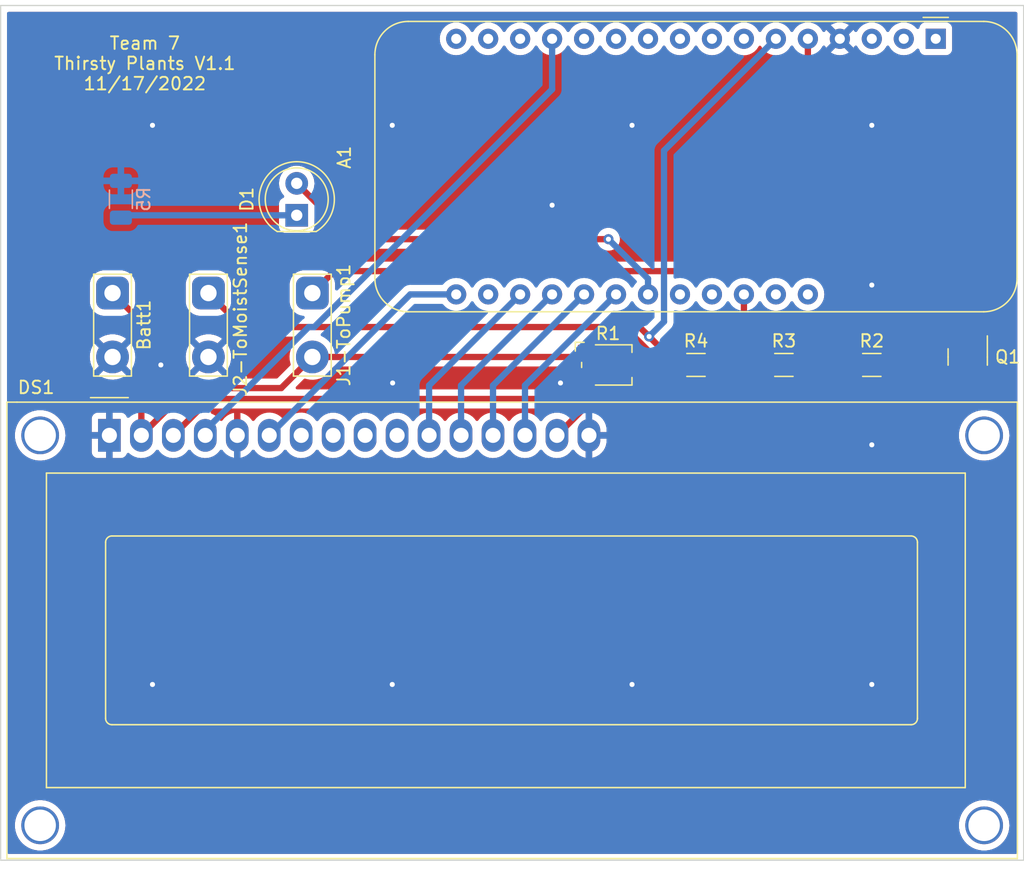
<source format=kicad_pcb>
(kicad_pcb (version 20211014) (generator pcbnew)
  (layers (0 "F.Cu" signal) (31 "B.Cu" signal) (34 "B.Paste" user) (35 "F.Paste" user) (36 "B.SilkS" user "B.Silkscreen") (37 "F.SilkS" user "F.Silkscreen") (38 "B.Mask" user) (39 "F.Mask" user) (44 "Edge.Cuts" user))
  (net 0 "")
  (net 4 "Net-(A1-Pad6)")
  (net 13 "Net-(A1-Pad5)")
  (net 14 "GND")
  (net 15 "Net-(A1-Pad13)")
  (net 16 "Net-(A1-Pad19)")
  (net 25 "Net-(A1-Pad20)")
  (net 26 "Net-(A1-Pad23)")
  (net 28 "+BATT")
  (net 29 "Net-(D1-Pad1)")
  (net 30 "Net-(DS1-Pad3)")
  (net 31 "Net-(DS1-Pad15)")
  (net 32 "Net-(Q1-Pad3)")
  (net 33 "Net-(A1-Pad21)")
  (net 34 "Net-(A1-Pad22)")
  (net 35 "Net-(J1-ToPump1-Pad1)")
  (net 37 "Net-(A1-Pad17)")
  (footprint "TestPoint:TestPoint_2Pads_Pitch5.08mm_Drill1.3mm" (layer "F.Cu") (at 123.79548 84.29202 -90)
    (fp_text reference "J2-ToMoistSense1" (at 1.27 -2.54 90) (layer "F.SilkS"))
    (fp_text value "Conn_01x02_Female")
    (fp_line (start -1.5 -1.5) (end -1.5 1.5) (layer "F.SilkS") (width 0.12))
    (fp_line (start 6.6 1.5) (end 6.6 -1.5) (layer "F.SilkS") (width 0.12))
    (fp_line (start -1.5 -1.5) (end 6.6 -1.5) (layer "F.SilkS") (width 0.12))
    (fp_line (start 6.6 1.5) (end -1.5 1.5) (layer "F.SilkS") (width 0.12))
    (pad "1" thru_hole roundrect (at 0 0 270) (size 2.6 2.6) (drill 1.3) (layers *.Cu *.Mask) (net 4 "Net-(A1-Pad6)"))
    (pad "2" thru_hole circle (at 5.08 0 270) (size 2.6 2.6) (drill 1.3) (layers *.Cu *.Mask) (net 14 "GND"))
  )
  (footprint "TestPoint:TestPoint_2Pads_Pitch5.08mm_Drill1.3mm" (layer "F.Cu") (at 116.17548 84.29202 -90)
    (fp_text reference "Batt1" (at 2.54 -2.5 90) (layer "F.SilkS"))
    (fp_text value "4.5 V")
    (fp_line (start 6.6 1.5) (end -1.5 1.5) (layer "F.SilkS") (width 0.12))
    (fp_line (start -1.5 -1.5) (end -1.5 1.5) (layer "F.SilkS") (width 0.12))
    (fp_line (start -1.5 -1.5) (end 6.6 -1.5) (layer "F.SilkS") (width 0.12))
    (fp_line (start 6.6 1.5) (end 6.6 -1.5) (layer "F.SilkS") (width 0.12))
    (pad "1" thru_hole roundrect (at 0 0 270) (size 2.6 2.6) (drill 1.3) (layers *.Cu *.Mask) (net 28 "+BATT"))
    (pad "2" thru_hole circle (at 5.08 0 270) (size 2.6 2.6) (drill 1.3) (layers *.Cu *.Mask) (net 14 "GND"))
  )
  (footprint "Resistor_SMD:R_1206_3216Metric" (layer "F.Cu") (at 169.51548 90.00702)
    (fp_text reference "R3" (at 0 -1.905) (layer "F.SilkS"))
    (fp_text value "220 Ohm")
    (fp_line (start -0.727064 0.91) (end 0.727064 0.91) (layer "F.SilkS") (width 0.12))
    (fp_line (start -0.727064 -0.91) (end 0.727064 -0.91) (layer "F.SilkS") (width 0.12))
    (pad "1" smd roundrect (at -1.4625 0) (size 1.125 1.75) (layers "F.Cu" "F.Paste" "F.Mask") (roundrect_rratio 0.2222222222) (net 28 "+BATT"))
    (pad "2" smd roundrect (at 1.4625 0) (size 1.125 1.75) (layers "F.Cu" "F.Paste" "F.Mask") (roundrect_rratio 0.2222222222) (net 31 "Net-(DS1-Pad15)"))
  )
  (footprint "Display:WC1602A" (layer "F.Cu") (at 115.92548 95.60452)
    (fp_text reference "DS1" (at -5.82 -3.81) (layer "F.SilkS"))
    (fp_text value "WC1602A")
    (fp_line (start -5 3) (end 68 3) (layer "F.SilkS") (width 0.12))
    (fp_line (start -0.29972 22.49932) (end -0.29972 8.5) (layer "F.SilkS") (width 0.12))
    (fp_line (start -1.5 -3) (end 1.5 -3) (layer "F.SilkS") (width 0.12))
    (fp_line (start -8.13 -2.64) (end -7.34 -2.64) (layer "F.SilkS") (width 0.12))
    (fp_line (start -8.14 -2.64) (end -8.14 33.64) (layer "F.SilkS") (width 0.12))
    (fp_line (start 0.2 8) (end 63.7 8) (layer "F.SilkS") (width 0.12))
    (fp_line (start 72.14 -2.64) (end -7.34 -2.64) (layer "F.SilkS") (width 0.12))
    (fp_line (start -8.14 33.64) (end 72.14 33.64) (layer "F.SilkS") (width 0.12))
    (fp_line (start 72.14 33.64) (end 72.14 -2.64) (layer "F.SilkS") (width 0.12))
    (fp_line (start 64.2 8.5) (end 64.2 22.5) (layer "F.SilkS") (width 0.12))
    (fp_line (start 68 28) (end -5 28) (layer "F.SilkS") (width 0.12))
    (fp_line (start -5 28) (end -5 3) (layer "F.SilkS") (width 0.12))
    (fp_line (start 63.70066 23) (end 0.2 23) (layer "F.SilkS") (width 0.12))
    (fp_line (start 68 3) (end 68 28) (layer "F.SilkS") (width 0.12))
    (fp_arc (start -0.29972 8.49884) (mid -0.153162 8.145018) (end 0.20066 7.99846) (layer "F.SilkS") (width 0.12))
    (fp_arc (start 63.7 8) (mid 64.053553 8.146447) (end 64.2 8.5) (layer "F.SilkS") (width 0.12))
    (fp_arc (start 64.20104 22.49932) (mid 64.054473 22.853115) (end 63.70066 22.9997) (layer "F.SilkS") (width 0.12))
    (fp_arc (start 0.20066 22.9997) (mid -0.153162 22.853142) (end -0.29972 22.49932) (layer "F.SilkS") (width 0.12))
    (pad "" thru_hole circle (at 69.5 0) (size 3 3) (drill 2.5) (layers *.Cu *.Mask))
    (pad "" thru_hole circle (at -5.4991 0) (size 3 3) (drill 2.5) (layers *.Cu *.Mask))
    (pad "" thru_hole circle (at -5.4991 31.0007) (size 3 3) (drill 2.5) (layers *.Cu *.Mask))
    (pad "" thru_hole circle (at 69.49948 31.0007) (size 3 3) (drill 2.5) (layers *.Cu *.Mask))
    (pad "1" thru_hole rect (at 0 0) (size 1.8 2.6) (drill 1.2) (layers *.Cu *.Mask) (net 14 "GND"))
    (pad "2" thru_hole oval (at 2.54 0) (size 1.8 2.6) (drill 1.2) (layers *.Cu *.Mask) (net 28 "+BATT"))
    (pad "3" thru_hole oval (at 5.08 0) (size 1.8 2.6) (drill 1.2) (layers *.Cu *.Mask) (net 30 "Net-(DS1-Pad3)"))
    (pad "4" thru_hole oval (at 7.62 0) (size 1.8 2.6) (drill 1.2) (layers *.Cu *.Mask) (net 15 "Net-(A1-Pad13)"))
    (pad "5" thru_hole oval (at 10.16 0) (size 1.8 2.6) (drill 1.2) (layers *.Cu *.Mask) (net 14 "GND"))
    (pad "6" thru_hole oval (at 12.7 0) (size 1.8 2.6) (drill 1.2) (layers *.Cu *.Mask) (net 37 "Net-(A1-Pad17)"))
    (pad "7" thru_hole oval (at 15.24 0) (size 1.8 2.6) (drill 1.2) (layers *.Cu *.Mask))
    (pad "8" thru_hole oval (at 17.78 0) (size 1.8 2.6) (drill 1.2) (layers *.Cu *.Mask))
    (pad "9" thru_hole oval (at 20.32 0) (size 1.8 2.6) (drill 1.2) (layers *.Cu *.Mask))
    (pad "10" thru_hole oval (at 22.86 0) (size 1.8 2.6) (drill 1.2) (layers *.Cu *.Mask))
    (pad "11" thru_hole oval (at 25.4 0) (size 1.8 2.6) (drill 1.2) (layers *.Cu *.Mask) (net 16 "Net-(A1-Pad19)"))
    (pad "12" thru_hole oval (at 27.94 0) (size 1.8 2.6) (drill 1.2) (layers *.Cu *.Mask) (net 25 "Net-(A1-Pad20)"))
    (pad "13" thru_hole oval (at 30.48 0) (size 1.8 2.6) (drill 1.2) (layers *.Cu *.Mask) (net 33 "Net-(A1-Pad21)"))
    (pad "14" thru_hole oval (at 33.02 0) (size 1.8 2.6) (drill 1.2) (layers *.Cu *.Mask) (net 34 "Net-(A1-Pad22)"))
    (pad "15" thru_hole oval (at 35.56 0) (size 1.8 2.6) (drill 1.2) (layers *.Cu *.Mask) (net 31 "Net-(DS1-Pad15)"))
    (pad "16" thru_hole oval (at 38.1 0) (size 1.8 2.6) (drill 1.2) (layers *.Cu *.Mask) (net 14 "GND"))
  )
  (footprint "Resistor_SMD:R_1206_3216Metric" (layer "F.Cu") (at 162.53048 90.00702 180)
    (fp_text reference "R4" (at 0 1.905) (layer "F.SilkS"))
    (fp_text value "150 Ohm")
    (fp_line (start -0.727064 0.91) (end 0.727064 0.91) (layer "F.SilkS") (width 0.12))
    (fp_line (start -0.727064 -0.91) (end 0.727064 -0.91) (layer "F.SilkS") (width 0.12))
    (pad "1" smd roundrect (at -1.4625 0 180) (size 1.125 1.75) (layers "F.Cu" "F.Paste" "F.Mask") (roundrect_rratio 0.2222222222) (net 28 "+BATT"))
    (pad "2" smd roundrect (at 1.4625 0 180) (size 1.125 1.75) (layers "F.Cu" "F.Paste" "F.Mask") (roundrect_rratio 0.2222222222) (net 4 "Net-(A1-Pad6)"))
  )
  (footprint "Module:Adafruit_Feather" (layer "F.Cu") (at 181.58048 64.07952 -90)
    (fp_text reference "A1" (at 9.4175 46.99 90) (layer "F.SilkS"))
    (fp_text value "Adafruit_Feather_HUZZAH32_ESP32")
    (fp_line (start 19.05 -6.46) (end 1.27 -6.46) (layer "F.SilkS") (width 0.12))
    (fp_line (start 19.05 44.56) (end 1.27 44.56) (layer "F.SilkS") (width 0.12))
    (fp_line (start -1.7 1) (end -1.7 -1) (layer "F.SilkS") (width 0.12))
    (fp_line (start -1.38 -3.81) (end -1.38 41.91) (layer "F.SilkS") (width 0.12))
    (fp_line (start 21.7 -3.81) (end 21.7 41.91) (layer "F.SilkS") (width 0.12))
    (fp_arc (start 19.05 -6.46) (mid 20.923833 -5.683833) (end 21.7 -3.81) (layer "F.SilkS") (width 0.12))
    (fp_arc (start 21.7 41.91) (mid 20.923833 43.783833) (end 19.05 44.56) (layer "F.SilkS") (width 0.12))
    (fp_arc (start 1.27 44.56) (mid -0.603833 43.783833) (end -1.38 41.91) (layer "F.SilkS") (width 0.12))
    (fp_arc (start -1.38 -3.81) (mid -0.603833 -5.683833) (end 1.27 -6.46) (layer "F.SilkS") (width 0.12))
    (pad "1" thru_hole rect (at 0 0 90) (size 1.6 1.6) (drill 0.8) (layers *.Cu *.Mask))
    (pad "2" thru_hole circle (at 0 2.54 90) (size 1.6 1.6) (drill 0.8) (layers *.Cu *.Mask))
    (pad "3" thru_hole circle (at 0 5.08 90) (size 1.6 1.6) (drill 0.8) (layers *.Cu *.Mask))
    (pad "4" thru_hole circle (at 0 7.62 90) (size 1.6 1.6) (drill 0.8) (layers *.Cu *.Mask) (net 14 "GND"))
    (pad "5" thru_hole circle (at 0 10.16 90) (size 1.6 1.6) (drill 0.8) (layers *.Cu *.Mask) (net 13 "Net-(A1-Pad5)"))
    (pad "6" thru_hole circle (at 0 12.7 90) (size 1.6 1.6) (drill 0.8) (layers *.Cu *.Mask) (net 4 "Net-(A1-Pad6)"))
    (pad "7" thru_hole circle (at 0 15.24 90) (size 1.6 1.6) (drill 0.8) (layers *.Cu *.Mask))
    (pad "8" thru_hole circle (at 0 17.78 90) (size 1.6 1.6) (drill 0.8) (layers *.Cu *.Mask))
    (pad "9" thru_hole circle (at 0 20.32 90) (size 1.6 1.6) (drill 0.8) (layers *.Cu *.Mask))
    (pad "10" thru_hole circle (at 0 22.86 90) (size 1.6 1.6) (drill 0.8) (layers *.Cu *.Mask))
    (pad "11" thru_hole circle (at 0 25.4 90) (size 1.6 1.6) (drill 0.8) (layers *.Cu *.Mask))
    (pad "12" thru_hole circle (at 0 27.94 90) (size 1.6 1.6) (drill 0.8) (layers *.Cu *.Mask))
    (pad "13" thru_hole circle (at 0 30.48 90) (size 1.6 1.6) (drill 0.8) (layers *.Cu *.Mask) (net 15 "Net-(A1-Pad13)"))
    (pad "14" thru_hole circle (at 0 33.02 90) (size 1.6 1.6) (drill 0.8) (layers *.Cu *.Mask))
    (pad "15" thru_hole circle (at 0 35.56 90) (size 1.6 1.6) (drill 0.8) (layers *.Cu *.Mask))
    (pad "16" thru_hole circle (at 0 38.1 90) (size 1.6 1.6) (drill 0.8) (layers *.Cu *.Mask))
    (pad "17" thru_hole circle (at 20.32 38.1 90) (size 1.6 1.6) (drill 0.8) (layers *.Cu *.Mask) (net 37 "Net-(A1-Pad17)"))
    (pad "18" thru_hole circle (at 20.32 35.56 90) (size 1.6 1.6) (drill 0.8) (layers *.Cu *.Mask))
    (pad "19" thru_hole circle (at 20.32 33.02 90) (size 1.6 1.6) (drill 0.8) (layers *.Cu *.Mask) (net 16 "Net-(A1-Pad19)"))
    (pad "20" thru_hole circle (at 20.32 30.48 90) (size 1.6 1.6) (drill 0.8) (layers *.Cu *.Mask) (net 25 "Net-(A1-Pad20)"))
    (pad "21" thru_hole circle (at 20.32 27.94 90) (size 1.6 1.6) (drill 0.8) (layers *.Cu *.Mask) (net 33 "Net-(A1-Pad21)"))
    (pad "22" thru_hole circle (at 20.32 25.4 90) (size 1.6 1.6) (drill 0.8) (layers *.Cu *.Mask) (net 34 "Net-(A1-Pad22)"))
    (pad "23" thru_hole circle (at 20.32 22.86 90) (size 1.6 1.6) (drill 0.8) (layers *.Cu *.Mask) (net 26 "Net-(A1-Pad23)"))
    (pad "24" thru_hole circle (at 20.32 20.32 90) (size 1.6 1.6) (drill 0.8) (layers *.Cu *.Mask))
    (pad "25" thru_hole circle (at 20.32 17.78 90) (size 1.6 1.6) (drill 0.8) (layers *.Cu *.Mask))
    (pad "26" thru_hole circle (at 20.32 15.24 90) (size 1.6 1.6) (drill 0.8) (layers *.Cu *.Mask) (net 28 "+BATT"))
    (pad "27" thru_hole circle (at 20.32 12.7 90) (size 1.6 1.6) (drill 0.8) (layers *.Cu *.Mask))
    (pad "28" thru_hole circle (at 20.32 10.16 90) (size 1.6 1.6) (drill 0.8) (layers *.Cu *.Mask))
  )
  (footprint "LED_THT:LED_D5.0mm_IRGrey" (layer "F.Cu") (at 130.81 78.11 90)
    (fp_text reference "D1" (at 1.27 -3.96 90) (layer "F.SilkS"))
    (fp_text value "CQY99")
    (fp_line (start -1.29 -1.545) (end -1.29 1.545) (layer "F.SilkS") (width 0.12))
    (fp_arc (start 4.26 -0.000462) (mid 2.072002 2.880433) (end -1.29 1.54483) (layer "F.SilkS") (width 0.12))
    (fp_arc (start -1.29 -1.54483) (mid 2.072002 -2.880433) (end 4.26 0.000462) (layer "F.SilkS") (width 0.12))
    (fp_circle (center 1.27 0) (end 3.77 0) (layer "F.SilkS") (width 0.12) (fill none))
    (pad "1" thru_hole rect (at 0 0 90) (size 1.8 1.8) (drill 0.9) (layers *.Cu *.Mask) (net 29 "Net-(D1-Pad1)"))
    (pad "2" thru_hole circle (at 2.54 0 90) (size 1.8 1.8) (drill 0.9) (layers *.Cu *.Mask) (net 26 "Net-(A1-Pad23)"))
  )
  (footprint "Resistor_SMD:R_1206_3216Metric" (layer "F.Cu") (at 176.50048 90.00702)
    (fp_text reference "R2" (at 0 -1.905) (layer "F.SilkS"))
    (fp_text value "15 Ohm")
    (fp_line (start -0.727064 -0.91) (end 0.727064 -0.91) (layer "F.SilkS") (width 0.12))
    (fp_line (start -0.727064 0.91) (end 0.727064 0.91) (layer "F.SilkS") (width 0.12))
    (pad "1" smd roundrect (at -1.4625 0) (size 1.125 1.75) (layers "F.Cu" "F.Paste" "F.Mask") (roundrect_rratio 0.2222222222) (net 35 "Net-(J1-ToPump1-Pad1)"))
    (pad "2" smd roundrect (at 1.4625 0) (size 1.125 1.75) (layers "F.Cu" "F.Paste" "F.Mask") (roundrect_rratio 0.2222222222) (net 32 "Net-(Q1-Pad3)"))
  )
  (footprint "TestPoint:TestPoint_2Pads_Pitch5.08mm_Drill1.3mm" (layer "F.Cu") (at 132.05048 84.29202 -90)
    (fp_text reference "J1-ToPump1" (at 2.54 -2.5 90) (layer "F.SilkS"))
    (fp_text value "Conn_01x02_Female")
    (fp_line (start -1.5 -1.5) (end -1.5 1.5) (layer "F.SilkS") (width 0.12))
    (fp_line (start 6.6 1.5) (end 6.6 -1.5) (layer "F.SilkS") (width 0.12))
    (fp_line (start -1.5 -1.5) (end 6.6 -1.5) (layer "F.SilkS") (width 0.12))
    (fp_line (start 6.6 1.5) (end -1.5 1.5) (layer "F.SilkS") (width 0.12))
    (pad "1" thru_hole roundrect (at 0 0 270) (size 2.6 2.6) (drill 1.3) (layers *.Cu *.Mask) (net 35 "Net-(J1-ToPump1-Pad1)"))
    (pad "2" thru_hole circle (at 5.08 0 270) (size 2.6 2.6) (drill 1.3) (layers *.Cu *.Mask) (net 28 "+BATT"))
  )
  (footprint "Package_TO_SOT_SMD:SOT-23" (layer "F.Cu") (at 184.12048 89.37202 -90)
    (fp_text reference "Q1" (at 0 -3.175 -180) (layer "F.SilkS"))
    (fp_text value "2N7002")
    (fp_line (start 0 1.56) (end -0.65 1.56) (layer "F.SilkS") (width 0.12))
    (fp_line (start 0 1.56) (end 0.65 1.56) (layer "F.SilkS") (width 0.12))
    (fp_line (start 0 -1.56) (end 0.65 -1.56) (layer "F.SilkS") (width 0.12))
    (fp_line (start 0 -1.56) (end -1.675 -1.56) (layer "F.SilkS") (width 0.12))
    (pad "1" smd roundrect (at -0.9375 -0.95 270) (size 1.475 0.6) (layers "F.Cu" "F.Paste" "F.Mask") (net 13 "Net-(A1-Pad5)"))
    (pad "2" smd roundrect (at -0.9375 0.95 270) (size 1.475 0.6) (layers "F.Cu" "F.Paste" "F.Mask") (net 14 "GND"))
    (pad "3" smd roundrect (at 0.9375 0 270) (size 1.475 0.6) (layers "F.Cu" "F.Paste" "F.Mask") (net 32 "Net-(Q1-Pad3)"))
  )
  (footprint "Potentiometer_SMD:Potentiometer_Bourns_TC33X_Vertical" (layer "F.Cu") (at 155.54548 90.00702)
    (fp_text reference "R1" (at 0 -2.5) (layer "F.SilkS"))
    (fp_text value "10K Ohm")
    (fp_line (start -1 -1.6) (end 1.9 -1.6) (layer "F.SilkS") (width 0.12))
    (fp_line (start -2.1 -0.2) (end -2.1 0.2) (layer "F.SilkS") (width 0.12))
    (fp_line (start 1.9 -1.6) (end 1.9 -1) (layer "F.SilkS") (width 0.12))
    (fp_line (start -2.6 -1.8) (end -2.6 -1.1) (layer "F.SilkS") (width 0.12))
    (fp_line (start -1.9 -1.8) (end -2.6 -1.8) (layer "F.SilkS") (width 0.12))
    (fp_line (start -1 1.6) (end 1.9 1.6) (layer "F.SilkS") (width 0.12))
    (fp_line (start 1.9 1.6) (end 1.9 1) (layer "F.SilkS") (width 0.12))
    (pad "1" smd rect (at -1.8 -1) (size 1.2 1.2) (layers "F.Cu" "F.Paste" "F.Mask") (net 28 "+BATT"))
    (pad "2" smd rect (at 1.45 0) (size 1.5 1.6) (layers "F.Cu" "F.Paste" "F.Mask") (net 30 "Net-(DS1-Pad3)"))
    (pad "3" smd rect (at -1.8 1) (size 1.2 1.2) (layers "F.Cu" "F.Paste" "F.Mask") (net 14 "GND"))
  )
  (footprint "Resistor_SMD:R_1206_3216Metric" (layer "B.Cu") (at 116.84 76.835 90)
    (fp_text reference "R5" (at 0 1.82 90) (layer "B.SilkS") (effects (justify mirror)))
    (fp_text value "150 Ohm")
    (fp_line (start -0.727064 0.91) (end 0.727064 0.91) (layer "B.SilkS") (width 0.12))
    (fp_line (start -0.727064 -0.91) (end 0.727064 -0.91) (layer "B.SilkS") (width 0.12))
    (pad "1" smd roundrect (at -1.4625 0 90) (size 1.125 1.75) (layers "B.Cu" "B.Paste" "B.Mask") (roundrect_rratio 0.2222222222) (net 29 "Net-(D1-Pad1)"))
    (pad "2" smd roundrect (at 1.4625 0 90) (size 1.125 1.75) (layers "B.Cu" "B.Paste" "B.Mask") (roundrect_rratio 0.2222222222) (net 14 "GND"))
  )
  (gr_rect (start 107.28548 129.37702) (end 188.56548 61.43202) (layer "Edge.Cuts") (width 0.1) (fill none))
  (gr_text "Team 7\nThirsty Plants V1.1\n11/17/2022" (at 118.745 66.04) (layer "F.SilkS") (effects (font (size 1 1))))
  (segment (start 126.49846 86.995) (end 123.79548 84.29202) (width 0.5) (layer "F.Cu") (net 4))
  (segment (start 161.06798 90.00702) (end 158.808469 87.747509) (width 0.5) (layer "F.Cu") (net 4))
  (segment (start 158.05596 86.995) (end 126.49846 86.995) (width 0.5) (layer "F.Cu") (net 4))
  (segment (start 158.808469 87.747509) (end 158.05596 86.995) (width 0.5) (layer "F.Cu") (net 4))
  (via (at 158.808469 87.747509) (size 0.8) (drill 0.4) (layers "F.Cu" "B.Cu") (net 4))
  (segment (start 159.99048 72.96952) (end 159.99048 86.565498) (width 0.5) (layer "B.Cu") (net 4))
  (segment (start 168.88048 64.07952) (end 159.99048 72.96952) (width 0.5) (layer "B.Cu") (net 4))
  (segment (start 159.99048 86.565498) (end 158.808469 87.747509) (width 0.5) (layer "B.Cu") (net 4))
  (segment (start 185.07048 88.43452) (end 171.42048 74.78452) (width 0.5) (layer "F.Cu") (net 13))
  (segment (start 171.42048 74.78452) (end 171.42048 64.07952) (width 0.5) (layer "F.Cu") (net 13))
  (via (at 119.35048 70.95702) (size 0.8) (drill 0.4) (layers "F.Cu" "B.Cu") (net 14))
  (via (at 176.50048 83.65702) (size 0.8) (drill 0.4) (layers "F.Cu" "B.Cu") (net 14))
  (via (at 138.43 91.44) (size 0.8) (drill 0.4) (layers "F.Cu" "B.Cu") (net 14))
  (via (at 157.45048 115.40702) (size 0.8) (drill 0.4) (layers "F.Cu" "B.Cu") (net 14))
  (via (at 176.50048 96.35702) (size 0.8) (drill 0.4) (layers "F.Cu" "B.Cu") (net 14))
  (via (at 151.765 91.44) (size 0.8) (drill 0.4) (layers "F.Cu" "B.Cu") (net 14))
  (via (at 138.40048 70.95702) (size 0.8) (drill 0.4) (layers "F.Cu" "B.Cu") (net 14))
  (via (at 157.45048 70.95702) (size 0.8) (drill 0.4) (layers "F.Cu" "B.Cu") (net 14))
  (via (at 138.40048 115.40702) (size 0.8) (drill 0.4) (layers "F.Cu" "B.Cu") (net 14))
  (via (at 176.50048 115.40702) (size 0.8) (drill 0.4) (layers "F.Cu" "B.Cu") (net 14))
  (via (at 119.35048 115.40702) (size 0.8) (drill 0.4) (layers "F.Cu" "B.Cu") (net 14))
  (via (at 151.10048 77.30702) (size 0.8) (drill 0.4) (layers "F.Cu" "B.Cu") (net 14))
  (via (at 176.50048 70.95702) (size 0.8) (drill 0.4) (layers "F.Cu" "B.Cu") (net 14))
  (via (at 120.015 90.00702) (size 0.8) (drill 0.4) (layers "F.Cu" "B.Cu") (net 14))
  (segment (start 132.202456 86.995) (end 151.10048 68.096976) (width 0.5) (layer "B.Cu") (net 15))
  (segment (start 131.755 86.995) (end 132.202456 86.995) (width 0.5) (layer "B.Cu") (net 15))
  (segment (start 123.54548 95.20452) (end 131.755 86.995) (width 0.5) (layer "B.Cu") (net 15))
  (segment (start 151.10048 68.096976) (end 151.10048 64.07952) (width 0.5) (layer "B.Cu") (net 15))
  (segment (start 123.54548 95.60452) (end 123.54548 95.20452) (width 0.5) (layer "B.Cu") (net 15))
  (segment (start 141.32548 91.63452) (end 148.56048 84.39952) (width 0.5) (layer "B.Cu") (net 16))
  (segment (start 141.32548 95.60452) (end 141.32548 91.63452) (width 0.5) (layer "B.Cu") (net 16))
  (segment (start 143.86548 95.60452) (end 143.86548 91.63452) (width 0.5) (layer "B.Cu") (net 25))
  (segment (start 143.86548 91.63452) (end 151.10048 84.39952) (width 0.5) (layer "B.Cu") (net 25))
  (segment (start 155.575 80.01) (end 135.25 80.01) (width 0.5) (layer "F.Cu") (net 26))
  (segment (start 135.25 80.01) (end 130.81 75.57) (width 0.5) (layer "F.Cu") (net 26))
  (via (at 155.575 80.01) (size 0.8) (drill 0.4) (layers "F.Cu" "B.Cu") (net 26))
  (segment (start 155.575 80.01) (end 158.72048 83.15548) (width 0.5) (layer "B.Cu") (net 26))
  (segment (start 158.72048 83.15548) (end 158.72048 84.39952) (width 0.5) (layer "B.Cu") (net 26))
  (segment (start 118.46548 95.60452) (end 118.46548 86.58202) (width 0.5) (layer "F.Cu") (net 28))
  (segment (start 132.05048 89.37202) (end 153.38048 89.37202) (width 0.5) (layer "F.Cu") (net 28))
  (segment (start 166.34048 88.29452) (end 166.34048 84.39952) (width 0.5) (layer "F.Cu") (net 28))
  (segment (start 153.38048 89.37202) (end 153.74548 89.00702) (width 0.5) (layer "F.Cu") (net 28))
  (segment (start 157.554089 87.69452) (end 158.75 88.890431) (width 0.5) (layer "F.Cu") (net 28))
  (segment (start 118.46548 86.58202) (end 116.17548 84.29202) (width 0.5) (layer "F.Cu") (net 28))
  (segment (start 160.02 92.075) (end 161.925 92.075) (width 0.5) (layer "F.Cu") (net 28))
  (segment (start 164.62798 90.00702) (end 166.34048 88.29452) (width 0.5) (layer "F.Cu") (net 28))
  (segment (start 163.99298 90.00702) (end 164.62798 90.00702) (width 0.5) (layer "F.Cu") (net 28))
  (segment (start 122.2225 91.8475) (end 118.46548 95.60452) (width 0.5) (layer "F.Cu") (net 28))
  (segment (start 168.05298 90.00702) (end 166.34048 88.29452) (width 0.5) (layer "F.Cu") (net 28))
  (segment (start 129.575 91.8475) (end 122.2225 91.8475) (width 0.5) (layer "F.Cu") (net 28))
  (segment (start 155.05798 87.69452) (end 157.554089 87.69452) (width 0.5) (layer "F.Cu") (net 28))
  (segment (start 129.575 91.8475) (end 132.05048 89.37202) (width 0.5) (layer "F.Cu") (net 28))
  (segment (start 155.05798 87.69452) (end 153.74548 89.00702) (width 0.5) (layer "F.Cu") (net 28))
  (segment (start 161.925 92.075) (end 163.99298 90.00702) (width 0.5) (layer "F.Cu") (net 28))
  (segment (start 158.75 88.890431) (end 158.75 90.805) (width 0.5) (layer "F.Cu") (net 28))
  (segment (start 158.75 90.805) (end 160.02 92.075) (width 0.5) (layer "F.Cu") (net 28))
  (segment (start 116.84 78.2975) (end 117.0275 78.11) (width 0.5) (layer "B.Cu") (net 29))
  (segment (start 117.0275 78.11) (end 130.81 78.11) (width 0.5) (layer "B.Cu") (net 29))
  (segment (start 154.2925 92.71) (end 123.9 92.71) (width 0.5) (layer "F.Cu") (net 30))
  (segment (start 123.9 92.71) (end 121.00548 95.60452) (width 0.5) (layer "F.Cu") (net 30))
  (segment (start 156.99548 90.00702) (end 154.2925 92.71) (width 0.5) (layer "F.Cu") (net 30))
  (segment (start 167.57548 93.40952) (end 153.68048 93.40952) (width 0.5) (layer "F.Cu") (net 31))
  (segment (start 170.97798 90.00702) (end 167.57548 93.40952) (width 0.5) (layer "F.Cu") (net 31))
  (segment (start 153.68048 93.40952) (end 151.48548 95.60452) (width 0.5) (layer "F.Cu") (net 31))
  (segment (start 178.26548 90.30952) (end 177.96298 90.00702) (width 0.5) (layer "F.Cu") (net 32))
  (segment (start 184.12048 90.30952) (end 178.26548 90.30952) (width 0.5) (layer "F.Cu") (net 32))
  (segment (start 146.40548 91.63452) (end 153.64048 84.39952) (width 0.5) (layer "B.Cu") (net 33))
  (segment (start 146.40548 95.60452) (end 146.40548 91.63452) (width 0.5) (layer "B.Cu") (net 33))
  (segment (start 148.94548 91.63452) (end 156.18048 84.39952) (width 0.5) (layer "B.Cu") (net 34))
  (segment (start 148.94548 95.60452) (end 148.94548 91.63452) (width 0.5) (layer "B.Cu") (net 34))
  (segment (start 172.46923 82.55) (end 175.03798 85.11875) (width 0.5) (layer "F.Cu") (net 35))
  (segment (start 133.7925 82.55) (end 172.46923 82.55) (width 0.5) (layer "F.Cu") (net 35))
  (segment (start 132.05048 84.29202) (end 133.7925 82.55) (width 0.5) (layer "F.Cu") (net 35))
  (segment (start 175.03798 85.11875) (end 175.03798 90.00702) (width 0.5) (layer "F.Cu") (net 35))
  (segment (start 128.62548 95.60452) (end 139.83048 84.39952) (width 0.5) (layer "B.Cu") (net 37))
  (segment (start 139.83048 84.39952) (end 143.48048 84.39952) (width 0.5) (layer "B.Cu") (net 37))
  (zone (net 14) (net_name "GND") (layers F&B.Cu) (connect_pads (clearance 0.508)) (min_thickness 0.254) (fill yes (thermal_gap 0.508) (thermal_bridge_width 0.508))
    (polygon (pts (xy 188.56548 129.37702) (xy 107.28548 129.37702) (xy 107.28548 61.43202) (xy 188.56548 61.43202)))
  )
  (zone (net 14) (net_name "GND") (layer "B.Cu") (connect_pads (clearance 0.508)) (min_thickness 0.254) (fill yes (thermal_gap 0.508) (thermal_bridge_width 0.508))
    (polygon (pts (xy 188.56548 129.37702) (xy 107.28548 129.37702) (xy 107.28548 61.43202) (xy 188.56548 61.43202)))
  )
)
</source>
